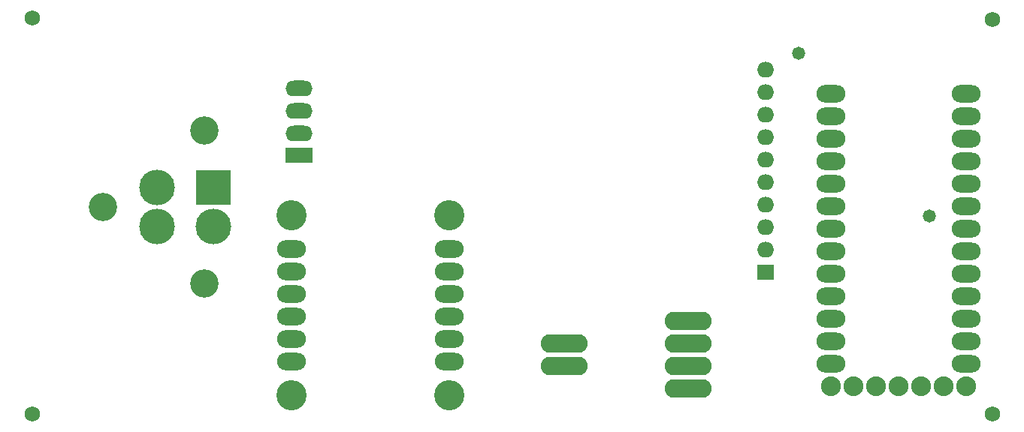
<source format=gbr>
%TF.GenerationSoftware,Altium Limited,Altium Designer,25.1.2 (22)*%
G04 Layer_Color=16711935*
%FSLAX45Y45*%
%MOMM*%
%TF.SameCoordinates,757FA7A9-4291-4AF8-8684-A19F9D108C22*%
%TF.FilePolarity,Negative*%
%TF.FileFunction,Soldermask,Bot*%
%TF.Part,Single*%
G01*
G75*
%TA.AperFunction,ComponentPad*%
%ADD11R,1.90500X1.77800*%
%ADD12O,1.90500X1.77800*%
%ADD13O,3.04800X1.77800*%
%ADD16R,3.04800X1.77800*%
%ADD31O,3.25120X1.98120*%
%ADD32C,3.40320*%
%ADD33O,5.28320X2.10820*%
%TA.AperFunction,ViaPad*%
%ADD34C,1.72720*%
%TA.AperFunction,ComponentPad*%
%ADD35C,4.01320*%
%ADD36R,4.01320X4.01320*%
%ADD37C,3.19320*%
%TA.AperFunction,ViaPad*%
%ADD38C,1.47320*%
%TA.AperFunction,ComponentPad*%
%ADD39C,2.23520*%
%ADD40O,3.25120X1.98120*%
D11*
X11163300Y4191000D02*
D03*
D12*
Y4445000D02*
D03*
Y4699000D02*
D03*
Y4953000D02*
D03*
Y5207000D02*
D03*
Y5461000D02*
D03*
Y5715000D02*
D03*
Y5969000D02*
D03*
Y6223000D02*
D03*
Y6477000D02*
D03*
D13*
X5905500Y5761800D02*
D03*
Y6011800D02*
D03*
Y6261800D02*
D03*
D16*
Y5511800D02*
D03*
D31*
X7594600Y3187700D02*
D03*
Y3441700D02*
D03*
Y3695700D02*
D03*
Y3949700D02*
D03*
Y4203700D02*
D03*
Y4457700D02*
D03*
X5816600Y3187700D02*
D03*
Y3441700D02*
D03*
Y3695700D02*
D03*
Y3949700D02*
D03*
Y4203700D02*
D03*
Y4457700D02*
D03*
D32*
Y2806700D02*
D03*
Y4838700D02*
D03*
X7594600Y2806700D02*
D03*
Y4838700D02*
D03*
D33*
X10287000Y3644900D02*
D03*
Y3390900D02*
D03*
Y3136900D02*
D03*
Y2882900D02*
D03*
X8890000Y3136900D02*
D03*
Y3390900D02*
D03*
D34*
X13716000Y2590800D02*
D03*
Y7048500D02*
D03*
X2895600Y7061200D02*
D03*
Y2590800D02*
D03*
D35*
X4940700Y4705100D02*
D03*
X4305700D02*
D03*
Y5150100D02*
D03*
D36*
X4940700D02*
D03*
D37*
X4838700Y4062600D02*
D03*
Y5792600D02*
D03*
X3695700Y4927600D02*
D03*
D38*
X13004800Y4826000D02*
D03*
X11531600Y6667500D02*
D03*
D39*
X11899900Y2908300D02*
D03*
X13423900D02*
D03*
X12153900D02*
D03*
X12407900D02*
D03*
X12661900D02*
D03*
X12915900D02*
D03*
X13169901D02*
D03*
D40*
X11899900Y3162300D02*
D03*
Y3416300D02*
D03*
Y3670300D02*
D03*
Y3924300D02*
D03*
Y4178300D02*
D03*
Y4432300D02*
D03*
Y4686300D02*
D03*
Y4940300D02*
D03*
Y5194300D02*
D03*
Y5448300D02*
D03*
Y5702300D02*
D03*
Y5956300D02*
D03*
Y6210300D02*
D03*
X13423900Y3162300D02*
D03*
Y3416300D02*
D03*
Y3670300D02*
D03*
Y3924300D02*
D03*
Y4178300D02*
D03*
Y4432300D02*
D03*
Y4686300D02*
D03*
Y4940300D02*
D03*
Y5194300D02*
D03*
Y5448300D02*
D03*
Y5702300D02*
D03*
Y5956300D02*
D03*
Y6210300D02*
D03*
%TF.MD5,87e9d2ba9c228b0e881390ed693c055c*%
M02*

</source>
